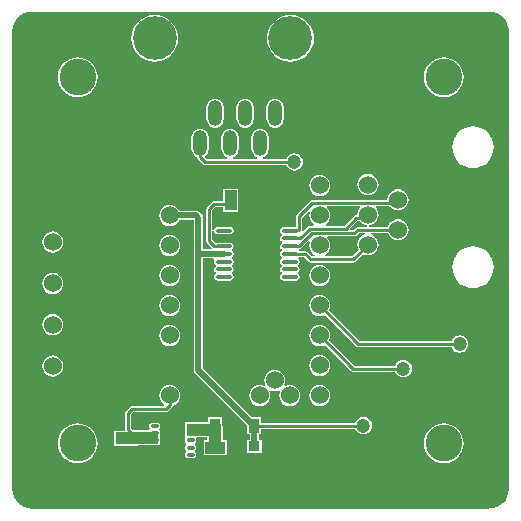
<source format=gbl>
G04 Layer_Physical_Order=2*
G04 Layer_Color=11436288*
%FSLAX24Y24*%
%MOIN*%
G70*
G01*
G75*
%ADD18C,0.0100*%
%ADD19C,0.0197*%
%ADD21C,0.0394*%
%ADD23C,0.0600*%
%ADD24O,0.0472X0.0866*%
%ADD25C,0.1457*%
G04:AMPARAMS|DCode=26|XSize=27.6mil|YSize=114.2mil|CornerRadius=6.9mil|HoleSize=0mil|Usage=FLASHONLY|Rotation=0.000|XOffset=0mil|YOffset=0mil|HoleType=Round|Shape=RoundedRectangle|*
%AMROUNDEDRECTD26*
21,1,0.0276,0.1004,0,0,0.0*
21,1,0.0138,0.1142,0,0,0.0*
1,1,0.0138,0.0069,-0.0502*
1,1,0.0138,-0.0069,-0.0502*
1,1,0.0138,-0.0069,0.0502*
1,1,0.0138,0.0069,0.0502*
%
%ADD26ROUNDEDRECTD26*%
%ADD27C,0.0472*%
%ADD28C,0.0236*%
%ADD29C,0.1220*%
%ADD30O,0.0551X0.0138*%
G04:AMPARAMS|DCode=31|XSize=25.6mil|YSize=11.8mil|CornerRadius=3mil|HoleSize=0mil|Usage=FLASHONLY|Rotation=0.000|XOffset=0mil|YOffset=0mil|HoleType=Round|Shape=RoundedRectangle|*
%AMROUNDEDRECTD31*
21,1,0.0256,0.0059,0,0,0.0*
21,1,0.0197,0.0118,0,0,0.0*
1,1,0.0059,0.0098,-0.0030*
1,1,0.0059,-0.0098,-0.0030*
1,1,0.0059,-0.0098,0.0030*
1,1,0.0059,0.0098,0.0030*
%
%ADD31ROUNDEDRECTD31*%
%ADD32R,0.0374X0.0335*%
%ADD33R,0.0358X0.0480*%
%ADD34R,0.0669X0.0394*%
%ADD35R,0.0394X0.0669*%
%ADD36R,0.1152X0.0404*%
%ADD37R,0.0482X0.1043*%
%ADD38R,0.0896X0.0404*%
G36*
X25807Y26453D02*
Y26453D01*
X25807Y26453D01*
X25855Y26448D01*
X25931Y26441D01*
X26050Y26405D01*
X26160Y26346D01*
X26257Y26267D01*
X26336Y26170D01*
X26395Y26060D01*
X26431Y25941D01*
X26438Y25867D01*
X26438Y25865D01*
X26435Y25817D01*
X26436Y25816D01*
X26444Y25770D01*
Y10532D01*
X26444Y10532D01*
X26443D01*
X26431Y10407D01*
X26395Y10288D01*
X26336Y10178D01*
X26257Y10082D01*
X26160Y10003D01*
X26050Y9944D01*
X25931Y9908D01*
X25857Y9900D01*
X25855Y9901D01*
X25807Y9903D01*
X25806Y9903D01*
X25760Y9895D01*
X10532D01*
X10532Y9895D01*
Y9895D01*
X10407Y9908D01*
X10288Y9944D01*
X10178Y10003D01*
X10082Y10082D01*
X10003Y10178D01*
X9944Y10288D01*
X9908Y10407D01*
X9905Y10433D01*
X9903Y10482D01*
X9895Y10529D01*
Y10529D01*
Y25817D01*
X9895Y25817D01*
X9895D01*
X9908Y25941D01*
X9944Y26060D01*
X10003Y26170D01*
X10082Y26267D01*
X10178Y26346D01*
X10288Y26405D01*
X10407Y26441D01*
X10433Y26443D01*
X10482Y26445D01*
X10482D01*
X10529Y26453D01*
X10529D01*
X25760D01*
X25807Y26453D01*
D02*
G37*
%LPC*%
G36*
X15140Y18022D02*
X15048Y18009D01*
X14963Y17974D01*
X14889Y17918D01*
X14833Y17844D01*
X14798Y17759D01*
X14786Y17667D01*
X14798Y17576D01*
X14833Y17490D01*
X14889Y17417D01*
X14963Y17361D01*
X15048Y17325D01*
X15140Y17313D01*
X15231Y17325D01*
X15317Y17361D01*
X15390Y17417D01*
X15447Y17490D01*
X15482Y17576D01*
X15494Y17667D01*
X15482Y17759D01*
X15447Y17844D01*
X15390Y17918D01*
X15317Y17974D01*
X15231Y18009D01*
X15140Y18022D01*
D02*
G37*
G36*
X11240Y17756D02*
X11148Y17744D01*
X11063Y17708D01*
X10990Y17652D01*
X10933Y17579D01*
X10898Y17493D01*
X10886Y17402D01*
X10898Y17310D01*
X10933Y17224D01*
X10990Y17151D01*
X11063Y17095D01*
X11148Y17059D01*
X11240Y17047D01*
X11332Y17059D01*
X11417Y17095D01*
X11491Y17151D01*
X11547Y17224D01*
X11582Y17310D01*
X11594Y17402D01*
X11582Y17493D01*
X11547Y17579D01*
X11491Y17652D01*
X11417Y17708D01*
X11332Y17744D01*
X11240Y17756D01*
D02*
G37*
G36*
X25246Y18635D02*
X25111Y18622D01*
X24980Y18582D01*
X24860Y18518D01*
X24755Y18432D01*
X24669Y18327D01*
X24605Y18207D01*
X24565Y18076D01*
X24552Y17941D01*
X24565Y17805D01*
X24605Y17675D01*
X24669Y17555D01*
X24755Y17450D01*
X24860Y17364D01*
X24980Y17299D01*
X25111Y17260D01*
X25246Y17247D01*
X25382Y17260D01*
X25512Y17299D01*
X25632Y17364D01*
X25737Y17450D01*
X25823Y17555D01*
X25887Y17675D01*
X25927Y17805D01*
X25940Y17941D01*
X25927Y18076D01*
X25887Y18207D01*
X25823Y18327D01*
X25737Y18432D01*
X25632Y18518D01*
X25512Y18582D01*
X25382Y18622D01*
X25246Y18635D01*
D02*
G37*
G36*
X16878Y12949D02*
X16417D01*
Y12782D01*
X15689D01*
X15650Y12766D01*
X15634Y12726D01*
Y12323D01*
X15650Y12284D01*
Y12284D01*
X15662Y12226D01*
X15656Y12195D01*
Y12136D01*
X15662Y12104D01*
X15680Y12078D01*
X15681Y12077D01*
Y12018D01*
X15680Y12017D01*
X15662Y11990D01*
X15656Y11959D01*
Y11900D01*
X15662Y11868D01*
X15680Y11841D01*
X15681Y11841D01*
Y11782D01*
X15680Y11781D01*
X15662Y11754D01*
X15656Y11722D01*
Y11663D01*
X15662Y11632D01*
X15680Y11605D01*
X15707Y11587D01*
X15738Y11581D01*
X15935D01*
X15967Y11587D01*
X15993Y11605D01*
X16011Y11632D01*
X16017Y11663D01*
Y11722D01*
X16011Y11754D01*
X15993Y11781D01*
X15992Y11782D01*
Y11841D01*
X15993Y11841D01*
X16011Y11868D01*
X16017Y11900D01*
Y11959D01*
X16011Y11990D01*
X15993Y12017D01*
X15992Y12018D01*
Y12077D01*
X15993Y12078D01*
X16011Y12104D01*
X16017Y12136D01*
Y12195D01*
X16013Y12217D01*
X16030Y12250D01*
X16044Y12267D01*
X16395D01*
Y12176D01*
X16278D01*
Y11680D01*
X16639D01*
X16663Y11675D01*
X16688Y11680D01*
X17049D01*
Y12176D01*
X16901D01*
Y12657D01*
X16896Y12680D01*
Y12726D01*
X16880Y12766D01*
X16878Y12766D01*
Y12949D01*
D02*
G37*
G36*
X15140Y19022D02*
X15048Y19009D01*
X14963Y18974D01*
X14889Y18918D01*
X14833Y18844D01*
X14798Y18759D01*
X14786Y18667D01*
X14798Y18576D01*
X14833Y18490D01*
X14889Y18417D01*
X14963Y18361D01*
X15048Y18325D01*
X15140Y18313D01*
X15231Y18325D01*
X15317Y18361D01*
X15390Y18417D01*
X15447Y18490D01*
X15482Y18576D01*
X15494Y18667D01*
X15482Y18759D01*
X15447Y18844D01*
X15390Y18918D01*
X15317Y18974D01*
X15231Y19009D01*
X15140Y19022D01*
D02*
G37*
G36*
X20140Y18022D02*
X20048Y18009D01*
X19963Y17974D01*
X19889Y17918D01*
X19833Y17844D01*
X19798Y17759D01*
X19786Y17667D01*
X19798Y17576D01*
X19833Y17490D01*
X19889Y17417D01*
X19963Y17361D01*
X20048Y17325D01*
X20140Y17313D01*
X20231Y17325D01*
X20317Y17361D01*
X20390Y17417D01*
X20447Y17490D01*
X20482Y17576D01*
X20494Y17667D01*
X20482Y17759D01*
X20447Y17844D01*
X20390Y17918D01*
X20317Y17974D01*
X20231Y18009D01*
X20140Y18022D01*
D02*
G37*
G36*
X15140Y14022D02*
X15048Y14009D01*
X14963Y13974D01*
X14889Y13918D01*
X14833Y13844D01*
X14798Y13759D01*
X14786Y13667D01*
X14798Y13576D01*
X14833Y13490D01*
X14889Y13417D01*
X14946Y13373D01*
X14949Y13362D01*
X14913Y13313D01*
X13875D01*
X13836Y13305D01*
X13802Y13283D01*
X13677Y13158D01*
X13655Y13124D01*
X13647Y13085D01*
Y12527D01*
X13605Y12481D01*
X13295D01*
Y11985D01*
X14067D01*
Y12002D01*
X14764D01*
X14803Y12018D01*
X14819Y12057D01*
Y12461D01*
X14804Y12498D01*
X14803Y12500D01*
X14803Y12500D01*
X14797Y12526D01*
X14797Y12557D01*
X14810Y12577D01*
X14817Y12608D01*
Y12667D01*
X14810Y12699D01*
X14792Y12726D01*
X14766Y12743D01*
X14734Y12750D01*
X14537D01*
X14506Y12743D01*
X14479Y12726D01*
X14461Y12699D01*
X14455Y12667D01*
Y12608D01*
X14461Y12577D01*
X14469Y12566D01*
X14448Y12517D01*
X14446Y12516D01*
X13906D01*
X13853Y12569D01*
Y13042D01*
X13918Y13107D01*
X15000D01*
X15039Y13115D01*
X15073Y13137D01*
X15213Y13277D01*
X15235Y13310D01*
X15239Y13328D01*
X15317Y13361D01*
X15390Y13417D01*
X15447Y13490D01*
X15482Y13576D01*
X15494Y13667D01*
X15482Y13759D01*
X15447Y13844D01*
X15390Y13918D01*
X15317Y13974D01*
X15231Y14009D01*
X15140Y14022D01*
D02*
G37*
G36*
Y17022D02*
X15048Y17009D01*
X14963Y16974D01*
X14889Y16918D01*
X14833Y16844D01*
X14798Y16759D01*
X14786Y16667D01*
X14798Y16576D01*
X14833Y16490D01*
X14889Y16417D01*
X14963Y16361D01*
X15048Y16325D01*
X15140Y16313D01*
X15231Y16325D01*
X15317Y16361D01*
X15390Y16417D01*
X15447Y16490D01*
X15482Y16576D01*
X15494Y16667D01*
X15482Y16759D01*
X15447Y16844D01*
X15390Y16918D01*
X15317Y16974D01*
X15231Y17009D01*
X15140Y17022D01*
D02*
G37*
G36*
X20140Y16022D02*
X20048Y16009D01*
X19963Y15974D01*
X19889Y15918D01*
X19833Y15844D01*
X19798Y15759D01*
X19786Y15667D01*
X19798Y15576D01*
X19833Y15490D01*
X19889Y15417D01*
X19963Y15361D01*
X20048Y15325D01*
X20140Y15313D01*
X20231Y15325D01*
X20305Y15356D01*
X21174Y14487D01*
X21208Y14465D01*
X21247Y14457D01*
X22652D01*
X22669Y14415D01*
X22715Y14355D01*
X22775Y14309D01*
X22845Y14280D01*
X22920Y14270D01*
X22995Y14280D01*
X23065Y14309D01*
X23125Y14355D01*
X23171Y14415D01*
X23200Y14485D01*
X23210Y14560D01*
X23200Y14635D01*
X23171Y14705D01*
X23125Y14765D01*
X23065Y14811D01*
X22995Y14840D01*
X22920Y14850D01*
X22845Y14840D01*
X22775Y14811D01*
X22715Y14765D01*
X22669Y14705D01*
X22652Y14663D01*
X21290D01*
X20451Y15502D01*
X20482Y15576D01*
X20494Y15667D01*
X20482Y15759D01*
X20447Y15844D01*
X20390Y15918D01*
X20317Y15974D01*
X20231Y16009D01*
X20140Y16022D01*
D02*
G37*
G36*
X11240Y15000D02*
X11148Y14988D01*
X11063Y14952D01*
X10990Y14896D01*
X10933Y14823D01*
X10898Y14737D01*
X10886Y14646D01*
X10898Y14554D01*
X10933Y14469D01*
X10990Y14395D01*
X11063Y14339D01*
X11148Y14304D01*
X11240Y14291D01*
X11332Y14304D01*
X11417Y14339D01*
X11491Y14395D01*
X11547Y14469D01*
X11582Y14554D01*
X11594Y14646D01*
X11582Y14737D01*
X11547Y14823D01*
X11491Y14896D01*
X11417Y14952D01*
X11332Y14988D01*
X11240Y15000D01*
D02*
G37*
G36*
X20140Y14022D02*
X20048Y14009D01*
X19963Y13974D01*
X19889Y13918D01*
X19833Y13844D01*
X19798Y13759D01*
X19786Y13667D01*
X19798Y13576D01*
X19833Y13490D01*
X19889Y13417D01*
X19963Y13361D01*
X20048Y13325D01*
X20140Y13313D01*
X20231Y13325D01*
X20317Y13361D01*
X20390Y13417D01*
X20447Y13490D01*
X20482Y13576D01*
X20494Y13667D01*
X20482Y13759D01*
X20447Y13844D01*
X20390Y13918D01*
X20317Y13974D01*
X20231Y14009D01*
X20140Y14022D01*
D02*
G37*
G36*
X18640Y14522D02*
X18548Y14509D01*
X18463Y14474D01*
X18389Y14418D01*
X18333Y14344D01*
X18298Y14259D01*
X18286Y14167D01*
X18298Y14076D01*
X18317Y14028D01*
X18279Y13990D01*
X18231Y14009D01*
X18140Y14022D01*
X18048Y14009D01*
X17963Y13974D01*
X17889Y13918D01*
X17833Y13844D01*
X17798Y13759D01*
X17786Y13667D01*
X17798Y13576D01*
X17833Y13490D01*
X17889Y13417D01*
X17963Y13361D01*
X18048Y13325D01*
X18140Y13313D01*
X18231Y13325D01*
X18317Y13361D01*
X18390Y13417D01*
X18447Y13490D01*
X18482Y13576D01*
X18494Y13667D01*
X18482Y13759D01*
X18462Y13807D01*
X18500Y13845D01*
X18548Y13825D01*
X18640Y13813D01*
X18731Y13825D01*
X18779Y13845D01*
X18817Y13807D01*
X18798Y13759D01*
X18786Y13667D01*
X18798Y13576D01*
X18833Y13490D01*
X18889Y13417D01*
X18963Y13361D01*
X19048Y13325D01*
X19140Y13313D01*
X19231Y13325D01*
X19317Y13361D01*
X19390Y13417D01*
X19447Y13490D01*
X19482Y13576D01*
X19494Y13667D01*
X19482Y13759D01*
X19447Y13844D01*
X19390Y13918D01*
X19317Y13974D01*
X19231Y14009D01*
X19140Y14022D01*
X19048Y14009D01*
X19000Y13990D01*
X18962Y14028D01*
X18982Y14076D01*
X18994Y14167D01*
X18982Y14259D01*
X18947Y14344D01*
X18890Y14418D01*
X18817Y14474D01*
X18731Y14509D01*
X18640Y14522D01*
D02*
G37*
G36*
X15140Y16022D02*
X15048Y16009D01*
X14963Y15974D01*
X14889Y15918D01*
X14833Y15844D01*
X14798Y15759D01*
X14786Y15667D01*
X14798Y15576D01*
X14833Y15490D01*
X14889Y15417D01*
X14963Y15361D01*
X15048Y15325D01*
X15140Y15313D01*
X15231Y15325D01*
X15317Y15361D01*
X15390Y15417D01*
X15447Y15490D01*
X15482Y15576D01*
X15494Y15667D01*
X15482Y15759D01*
X15447Y15844D01*
X15390Y15918D01*
X15317Y15974D01*
X15231Y16009D01*
X15140Y16022D01*
D02*
G37*
G36*
X11240Y16378D02*
X11148Y16366D01*
X11063Y16330D01*
X10990Y16274D01*
X10933Y16201D01*
X10898Y16115D01*
X10886Y16024D01*
X10898Y15932D01*
X10933Y15847D01*
X10990Y15773D01*
X11063Y15717D01*
X11148Y15681D01*
X11240Y15669D01*
X11332Y15681D01*
X11417Y15717D01*
X11491Y15773D01*
X11547Y15847D01*
X11582Y15932D01*
X11594Y16024D01*
X11582Y16115D01*
X11547Y16201D01*
X11491Y16274D01*
X11417Y16330D01*
X11332Y16366D01*
X11240Y16378D01*
D02*
G37*
G36*
X20140Y15022D02*
X20048Y15009D01*
X19963Y14974D01*
X19889Y14918D01*
X19833Y14844D01*
X19798Y14759D01*
X19786Y14667D01*
X19798Y14576D01*
X19833Y14490D01*
X19889Y14417D01*
X19963Y14361D01*
X20048Y14325D01*
X20140Y14313D01*
X20231Y14325D01*
X20317Y14361D01*
X20390Y14417D01*
X20447Y14490D01*
X20482Y14576D01*
X20494Y14667D01*
X20482Y14759D01*
X20447Y14844D01*
X20390Y14918D01*
X20317Y14974D01*
X20231Y15009D01*
X20140Y15022D01*
D02*
G37*
G36*
Y17022D02*
X20048Y17009D01*
X19963Y16974D01*
X19889Y16918D01*
X19833Y16844D01*
X19798Y16759D01*
X19786Y16667D01*
X19798Y16576D01*
X19833Y16490D01*
X19889Y16417D01*
X19963Y16361D01*
X20048Y16325D01*
X20140Y16313D01*
X20231Y16325D01*
X20305Y16356D01*
X21354Y15307D01*
X21388Y15285D01*
X21427Y15277D01*
X24532D01*
X24549Y15235D01*
X24595Y15175D01*
X24655Y15129D01*
X24725Y15100D01*
X24800Y15090D01*
X24875Y15100D01*
X24945Y15129D01*
X25005Y15175D01*
X25051Y15235D01*
X25080Y15305D01*
X25090Y15380D01*
X25080Y15455D01*
X25051Y15525D01*
X25005Y15585D01*
X24945Y15631D01*
X24875Y15660D01*
X24800Y15670D01*
X24725Y15660D01*
X24655Y15631D01*
X24595Y15585D01*
X24549Y15525D01*
X24532Y15483D01*
X21470D01*
X20451Y16502D01*
X20482Y16576D01*
X20494Y16667D01*
X20482Y16759D01*
X20447Y16844D01*
X20390Y16918D01*
X20317Y16974D01*
X20231Y17009D01*
X20140Y17022D01*
D02*
G37*
G36*
X17650Y23560D02*
X17575Y23550D01*
X17505Y23521D01*
X17445Y23475D01*
X17399Y23415D01*
X17370Y23345D01*
X17360Y23270D01*
Y22876D01*
X17370Y22801D01*
X17399Y22731D01*
X17445Y22671D01*
X17505Y22625D01*
X17575Y22596D01*
X17650Y22586D01*
X17725Y22596D01*
X17795Y22625D01*
X17855Y22671D01*
X17901Y22731D01*
X17930Y22801D01*
X17939Y22876D01*
Y23270D01*
X17930Y23345D01*
X17901Y23415D01*
X17855Y23475D01*
X17795Y23521D01*
X17725Y23550D01*
X17650Y23560D01*
D02*
G37*
G36*
X18650D02*
X18575Y23550D01*
X18505Y23521D01*
X18445Y23475D01*
X18399Y23415D01*
X18370Y23345D01*
X18360Y23270D01*
Y22876D01*
X18370Y22801D01*
X18399Y22731D01*
X18445Y22671D01*
X18505Y22625D01*
X18575Y22596D01*
X18650Y22586D01*
X18725Y22596D01*
X18795Y22625D01*
X18855Y22671D01*
X18901Y22731D01*
X18930Y22801D01*
X18939Y22876D01*
Y23270D01*
X18930Y23345D01*
X18901Y23415D01*
X18855Y23475D01*
X18795Y23521D01*
X18725Y23550D01*
X18650Y23560D01*
D02*
G37*
G36*
X18150Y22560D02*
X18075Y22550D01*
X18005Y22521D01*
X17945Y22475D01*
X17899Y22415D01*
X17870Y22345D01*
X17860Y22270D01*
Y21876D01*
X17870Y21801D01*
X17899Y21731D01*
X17945Y21671D01*
X18005Y21625D01*
X18057Y21603D01*
X18047Y21553D01*
X17252D01*
X17242Y21603D01*
X17295Y21625D01*
X17355Y21671D01*
X17401Y21731D01*
X17430Y21801D01*
X17439Y21876D01*
Y22270D01*
X17430Y22345D01*
X17401Y22415D01*
X17355Y22475D01*
X17295Y22521D01*
X17225Y22550D01*
X17150Y22560D01*
X17075Y22550D01*
X17005Y22521D01*
X16945Y22475D01*
X16899Y22415D01*
X16870Y22345D01*
X16860Y22270D01*
Y21876D01*
X16870Y21801D01*
X16899Y21731D01*
X16945Y21671D01*
X17005Y21625D01*
X17057Y21603D01*
X17047Y21553D01*
X16367D01*
X16322Y21599D01*
X16325Y21648D01*
X16355Y21671D01*
X16401Y21731D01*
X16430Y21801D01*
X16439Y21876D01*
Y22270D01*
X16430Y22345D01*
X16401Y22415D01*
X16355Y22475D01*
X16295Y22521D01*
X16225Y22550D01*
X16150Y22560D01*
X16075Y22550D01*
X16005Y22521D01*
X15945Y22475D01*
X15899Y22415D01*
X15870Y22345D01*
X15860Y22270D01*
Y21876D01*
X15870Y21801D01*
X15899Y21731D01*
X15945Y21671D01*
X16005Y21625D01*
X16050Y21606D01*
X16054Y21586D01*
X16077Y21552D01*
X16252Y21377D01*
X16285Y21355D01*
X16325Y21347D01*
X19022D01*
X19039Y21305D01*
X19085Y21245D01*
X19145Y21199D01*
X19215Y21170D01*
X19290Y21160D01*
X19365Y21170D01*
X19435Y21199D01*
X19495Y21245D01*
X19541Y21305D01*
X19570Y21375D01*
X19580Y21450D01*
X19570Y21525D01*
X19541Y21595D01*
X19495Y21655D01*
X19435Y21701D01*
X19365Y21730D01*
X19290Y21740D01*
X19215Y21730D01*
X19145Y21701D01*
X19085Y21655D01*
X19039Y21595D01*
X19022Y21553D01*
X18252D01*
X18242Y21603D01*
X18295Y21625D01*
X18355Y21671D01*
X18401Y21731D01*
X18430Y21801D01*
X18439Y21876D01*
Y22270D01*
X18430Y22345D01*
X18401Y22415D01*
X18355Y22475D01*
X18295Y22521D01*
X18225Y22550D01*
X18150Y22560D01*
D02*
G37*
G36*
X16650Y23560D02*
X16575Y23550D01*
X16505Y23521D01*
X16445Y23475D01*
X16399Y23415D01*
X16370Y23345D01*
X16360Y23270D01*
Y22876D01*
X16370Y22801D01*
X16399Y22731D01*
X16445Y22671D01*
X16505Y22625D01*
X16575Y22596D01*
X16650Y22586D01*
X16725Y22596D01*
X16795Y22625D01*
X16855Y22671D01*
X16901Y22731D01*
X16930Y22801D01*
X16939Y22876D01*
Y23270D01*
X16930Y23345D01*
X16901Y23415D01*
X16855Y23475D01*
X16795Y23521D01*
X16725Y23550D01*
X16650Y23560D01*
D02*
G37*
G36*
X14636Y26356D02*
X14483Y26341D01*
X14336Y26297D01*
X14201Y26224D01*
X14082Y26127D01*
X13985Y26008D01*
X13912Y25873D01*
X13868Y25726D01*
X13853Y25573D01*
X13868Y25420D01*
X13912Y25273D01*
X13985Y25138D01*
X14082Y25019D01*
X14201Y24922D01*
X14336Y24849D01*
X14483Y24805D01*
X14636Y24790D01*
X14789Y24805D01*
X14936Y24849D01*
X15071Y24922D01*
X15190Y25019D01*
X15287Y25138D01*
X15359Y25273D01*
X15404Y25420D01*
X15419Y25573D01*
X15404Y25726D01*
X15359Y25873D01*
X15287Y26008D01*
X15190Y26127D01*
X15071Y26224D01*
X14936Y26297D01*
X14789Y26341D01*
X14636Y26356D01*
D02*
G37*
G36*
X19163D02*
X19011Y26341D01*
X18864Y26297D01*
X18728Y26224D01*
X18609Y26127D01*
X18512Y26008D01*
X18440Y25873D01*
X18395Y25726D01*
X18380Y25573D01*
X18395Y25420D01*
X18440Y25273D01*
X18512Y25138D01*
X18609Y25019D01*
X18728Y24922D01*
X18864Y24849D01*
X19011Y24805D01*
X19163Y24790D01*
X19316Y24805D01*
X19463Y24849D01*
X19599Y24922D01*
X19717Y25019D01*
X19815Y25138D01*
X19887Y25273D01*
X19932Y25420D01*
X19947Y25573D01*
X19932Y25726D01*
X19887Y25873D01*
X19815Y26008D01*
X19717Y26127D01*
X19599Y26224D01*
X19463Y26297D01*
X19316Y26341D01*
X19163Y26356D01*
D02*
G37*
G36*
X12067Y24936D02*
X11937Y24924D01*
X11813Y24886D01*
X11698Y24824D01*
X11597Y24742D01*
X11514Y24641D01*
X11453Y24526D01*
X11415Y24401D01*
X11402Y24272D01*
X11415Y24142D01*
X11453Y24017D01*
X11514Y23902D01*
X11597Y23802D01*
X11698Y23719D01*
X11813Y23658D01*
X11937Y23620D01*
X12067Y23607D01*
X12197Y23620D01*
X12321Y23658D01*
X12436Y23719D01*
X12537Y23802D01*
X12620Y23902D01*
X12681Y24017D01*
X12719Y24142D01*
X12732Y24272D01*
X12719Y24401D01*
X12681Y24526D01*
X12620Y24641D01*
X12537Y24742D01*
X12436Y24824D01*
X12321Y24886D01*
X12197Y24924D01*
X12067Y24936D01*
D02*
G37*
G36*
X24272D02*
X24142Y24924D01*
X24017Y24886D01*
X23902Y24824D01*
X23802Y24742D01*
X23719Y24641D01*
X23658Y24526D01*
X23620Y24401D01*
X23607Y24272D01*
X23620Y24142D01*
X23658Y24017D01*
X23719Y23902D01*
X23802Y23802D01*
X23902Y23719D01*
X24017Y23658D01*
X24142Y23620D01*
X24272Y23607D01*
X24401Y23620D01*
X24526Y23658D01*
X24641Y23719D01*
X24742Y23802D01*
X24824Y23902D01*
X24886Y24017D01*
X24924Y24142D01*
X24936Y24272D01*
X24924Y24401D01*
X24886Y24526D01*
X24824Y24641D01*
X24742Y24742D01*
X24641Y24824D01*
X24526Y24886D01*
X24401Y24924D01*
X24272Y24936D01*
D02*
G37*
G36*
Y12732D02*
X24142Y12719D01*
X24017Y12681D01*
X23902Y12620D01*
X23802Y12537D01*
X23719Y12436D01*
X23658Y12321D01*
X23620Y12197D01*
X23607Y12067D01*
X23620Y11937D01*
X23658Y11813D01*
X23719Y11698D01*
X23802Y11597D01*
X23902Y11514D01*
X24017Y11453D01*
X24142Y11415D01*
X24272Y11402D01*
X24401Y11415D01*
X24526Y11453D01*
X24641Y11514D01*
X24742Y11597D01*
X24824Y11698D01*
X24886Y11813D01*
X24924Y11937D01*
X24936Y12067D01*
X24924Y12197D01*
X24886Y12321D01*
X24824Y12436D01*
X24742Y12537D01*
X24641Y12620D01*
X24526Y12681D01*
X24401Y12719D01*
X24272Y12732D01*
D02*
G37*
G36*
X12067D02*
X11937Y12719D01*
X11813Y12681D01*
X11698Y12620D01*
X11597Y12537D01*
X11514Y12436D01*
X11453Y12321D01*
X11415Y12197D01*
X11402Y12067D01*
X11415Y11937D01*
X11453Y11813D01*
X11514Y11698D01*
X11597Y11597D01*
X11698Y11514D01*
X11813Y11453D01*
X11937Y11415D01*
X12067Y11402D01*
X12197Y11415D01*
X12321Y11453D01*
X12436Y11514D01*
X12537Y11597D01*
X12620Y11698D01*
X12681Y11813D01*
X12719Y11937D01*
X12732Y12067D01*
X12719Y12197D01*
X12681Y12321D01*
X12620Y12436D01*
X12537Y12537D01*
X12436Y12620D01*
X12321Y12681D01*
X12197Y12719D01*
X12067Y12732D01*
D02*
G37*
G36*
X11240Y19134D02*
X11148Y19122D01*
X11063Y19086D01*
X10990Y19030D01*
X10933Y18957D01*
X10898Y18871D01*
X10886Y18780D01*
X10898Y18688D01*
X10933Y18602D01*
X10990Y18529D01*
X11063Y18473D01*
X11148Y18437D01*
X11240Y18425D01*
X11332Y18437D01*
X11417Y18473D01*
X11491Y18529D01*
X11547Y18602D01*
X11582Y18688D01*
X11594Y18780D01*
X11582Y18871D01*
X11547Y18957D01*
X11491Y19030D01*
X11417Y19086D01*
X11332Y19122D01*
X11240Y19134D01*
D02*
G37*
G36*
X17414Y20563D02*
X16918D01*
Y20143D01*
X16625D01*
X16586Y20135D01*
X16552Y20113D01*
X16387Y19948D01*
X16365Y19914D01*
X16357Y19875D01*
Y18807D01*
X16365Y18767D01*
X16387Y18734D01*
X16532Y18588D01*
X16512Y18538D01*
X16245D01*
Y19596D01*
X16233Y19655D01*
X16200Y19704D01*
X16130Y19775D01*
X16080Y19808D01*
X16022Y19820D01*
X15457D01*
X15447Y19844D01*
X15390Y19918D01*
X15317Y19974D01*
X15231Y20009D01*
X15140Y20022D01*
X15048Y20009D01*
X14963Y19974D01*
X14889Y19918D01*
X14833Y19844D01*
X14798Y19759D01*
X14786Y19667D01*
X14798Y19576D01*
X14833Y19490D01*
X14889Y19417D01*
X14963Y19361D01*
X15048Y19325D01*
X15140Y19313D01*
X15231Y19325D01*
X15317Y19361D01*
X15390Y19417D01*
X15447Y19490D01*
X15457Y19515D01*
X15940D01*
Y18386D01*
Y14504D01*
X15952Y14446D01*
X15985Y14396D01*
X17709Y12672D01*
Y12366D01*
X17810D01*
Y12197D01*
X17724D01*
Y11760D01*
X18201D01*
Y12197D01*
X18115D01*
Y12366D01*
X18169D01*
Y12554D01*
X21322D01*
X21339Y12513D01*
X21385Y12452D01*
X21445Y12406D01*
X21515Y12377D01*
X21590Y12368D01*
X21665Y12377D01*
X21735Y12406D01*
X21795Y12452D01*
X21841Y12513D01*
X21870Y12582D01*
X21880Y12657D01*
X21870Y12733D01*
X21841Y12802D01*
X21795Y12862D01*
X21735Y12909D01*
X21665Y12937D01*
X21590Y12947D01*
X21515Y12937D01*
X21445Y12909D01*
X21385Y12862D01*
X21339Y12802D01*
X21322Y12761D01*
X18169D01*
Y12949D01*
X17863D01*
X16245Y14567D01*
Y18233D01*
X16597D01*
X16624Y18183D01*
X16619Y18177D01*
X16610Y18130D01*
X16619Y18083D01*
X16646Y18043D01*
X16665Y18030D01*
Y17974D01*
X16646Y17961D01*
X16619Y17921D01*
X16610Y17874D01*
X16619Y17827D01*
X16646Y17787D01*
X16665Y17774D01*
Y17718D01*
X16646Y17705D01*
X16619Y17665D01*
X16610Y17618D01*
X16619Y17571D01*
X16646Y17532D01*
X16685Y17505D01*
X16732Y17496D01*
X17146D01*
X17193Y17505D01*
X17232Y17532D01*
X17259Y17571D01*
X17268Y17618D01*
X17259Y17665D01*
X17232Y17705D01*
X17213Y17718D01*
Y17774D01*
X17232Y17787D01*
X17259Y17827D01*
X17268Y17874D01*
X17259Y17921D01*
X17232Y17961D01*
X17213Y17974D01*
Y18030D01*
X17232Y18043D01*
X17259Y18083D01*
X17268Y18130D01*
X17259Y18177D01*
X17232Y18216D01*
X17213Y18230D01*
Y18286D01*
X17232Y18299D01*
X17259Y18339D01*
X17268Y18386D01*
X17259Y18433D01*
X17232Y18472D01*
X17213Y18486D01*
Y18542D01*
X17232Y18555D01*
X17259Y18595D01*
X17268Y18642D01*
X17259Y18689D01*
X17232Y18728D01*
X17193Y18755D01*
X17146Y18764D01*
X16732D01*
X16685Y18755D01*
X16671Y18745D01*
X16668D01*
X16563Y18849D01*
Y19132D01*
X16609Y19137D01*
X16611Y19137D01*
X16613Y19137D01*
X16613Y19137D01*
X16616Y19123D01*
Y19123D01*
D01*
X16619Y19107D01*
X16636Y19081D01*
X16646Y19067D01*
X16685Y19040D01*
X16732Y19031D01*
X17146D01*
X17193Y19040D01*
X17232Y19067D01*
X17259Y19107D01*
X17268Y19154D01*
X17259Y19200D01*
X17232Y19240D01*
X17193Y19267D01*
X17146Y19276D01*
X16732D01*
X16685Y19267D01*
X16646Y19240D01*
X16619Y19200D01*
X16616Y19184D01*
Y19184D01*
X16613Y19170D01*
X16613Y19170D01*
X16611Y19170D01*
X16609Y19171D01*
X16563Y19175D01*
Y19832D01*
X16668Y19937D01*
X16918D01*
Y19791D01*
X17414D01*
Y20563D01*
D02*
G37*
G36*
X21746Y21047D02*
X21654Y21035D01*
X21569Y21000D01*
X21496Y20943D01*
X21439Y20870D01*
X21404Y20785D01*
X21392Y20693D01*
X21404Y20601D01*
X21439Y20516D01*
X21496Y20442D01*
X21569Y20386D01*
X21654Y20351D01*
X21746Y20339D01*
X21838Y20351D01*
X21923Y20386D01*
X21997Y20442D01*
X22053Y20516D01*
X22088Y20601D01*
X22100Y20693D01*
X22088Y20785D01*
X22053Y20870D01*
X21997Y20943D01*
X21923Y21000D01*
X21838Y21035D01*
X21746Y21047D01*
D02*
G37*
G36*
X25246Y22635D02*
X25111Y22622D01*
X24980Y22582D01*
X24860Y22518D01*
X24755Y22432D01*
X24669Y22327D01*
X24605Y22207D01*
X24565Y22076D01*
X24552Y21941D01*
X24565Y21805D01*
X24605Y21675D01*
X24669Y21555D01*
X24755Y21450D01*
X24860Y21364D01*
X24980Y21300D01*
X25111Y21260D01*
X25246Y21247D01*
X25382Y21260D01*
X25512Y21300D01*
X25632Y21364D01*
X25737Y21450D01*
X25823Y21555D01*
X25887Y21675D01*
X25927Y21805D01*
X25940Y21941D01*
X25927Y22076D01*
X25887Y22207D01*
X25823Y22327D01*
X25737Y22432D01*
X25632Y22518D01*
X25512Y22582D01*
X25382Y22622D01*
X25246Y22635D01*
D02*
G37*
G36*
X22746Y20543D02*
X22654Y20531D01*
X22569Y20496D01*
X22496Y20439D01*
X22439Y20366D01*
X22404Y20281D01*
X22393Y20197D01*
X21500D01*
X21499Y20197D01*
X21498Y20197D01*
X19873Y20172D01*
X19854Y20168D01*
X19836Y20164D01*
X19835Y20163D01*
X19834Y20163D01*
X19818Y20152D01*
X19802Y20141D01*
X19365Y19704D01*
X19342Y19671D01*
X19334Y19631D01*
Y19276D01*
X18937D01*
X18890Y19267D01*
X18850Y19240D01*
X18824Y19200D01*
X18815Y19154D01*
X18824Y19107D01*
X18850Y19067D01*
X18870Y19054D01*
Y18997D01*
X18850Y18984D01*
X18824Y18944D01*
X18815Y18898D01*
X18824Y18851D01*
X18850Y18811D01*
X18870Y18798D01*
Y18741D01*
X18850Y18728D01*
X18824Y18689D01*
X18815Y18642D01*
X18824Y18595D01*
X18850Y18555D01*
X18870Y18542D01*
Y18486D01*
X18850Y18472D01*
X18824Y18433D01*
X18815Y18386D01*
X18824Y18339D01*
X18850Y18299D01*
X18870Y18286D01*
Y18230D01*
X18850Y18216D01*
X18824Y18177D01*
X18815Y18130D01*
X18824Y18083D01*
X18850Y18043D01*
X18870Y18030D01*
Y17974D01*
X18850Y17961D01*
X18824Y17921D01*
X18815Y17874D01*
X18824Y17827D01*
X18850Y17787D01*
X18870Y17774D01*
Y17718D01*
X18850Y17705D01*
X18824Y17665D01*
X18815Y17618D01*
X18824Y17571D01*
X18850Y17532D01*
X18890Y17505D01*
X18937Y17496D01*
X19350D01*
X19397Y17505D01*
X19437Y17532D01*
X19463Y17571D01*
X19473Y17618D01*
X19463Y17665D01*
X19437Y17705D01*
X19417Y17718D01*
Y17774D01*
X19437Y17787D01*
X19463Y17827D01*
X19473Y17874D01*
X19463Y17921D01*
X19437Y17961D01*
X19417Y17974D01*
Y18030D01*
X19437Y18043D01*
X19463Y18083D01*
X19473Y18130D01*
X19463Y18177D01*
X19437Y18216D01*
X19417Y18230D01*
X19417Y18237D01*
X19445Y18283D01*
X19607D01*
X19763Y18127D01*
X19796Y18105D01*
X19836Y18097D01*
X21253D01*
X21293Y18105D01*
X21326Y18127D01*
X21580Y18381D01*
X21654Y18351D01*
X21746Y18339D01*
X21838Y18351D01*
X21923Y18386D01*
X21997Y18442D01*
X22053Y18516D01*
X22088Y18601D01*
X22100Y18693D01*
X22088Y18785D01*
X22053Y18870D01*
X21997Y18943D01*
X21923Y19000D01*
X21838Y19035D01*
X21832Y19036D01*
X21835Y19086D01*
X22409D01*
X22439Y19012D01*
X22496Y18939D01*
X22569Y18882D01*
X22654Y18847D01*
X22746Y18835D01*
X22838Y18847D01*
X22923Y18882D01*
X22997Y18939D01*
X23053Y19012D01*
X23088Y19097D01*
X23100Y19189D01*
X23088Y19281D01*
X23053Y19366D01*
X22997Y19439D01*
X22923Y19496D01*
X22838Y19531D01*
X22746Y19543D01*
X22654Y19531D01*
X22569Y19496D01*
X22496Y19439D01*
X22439Y19366D01*
X22409Y19292D01*
X21775D01*
X21772Y19342D01*
X21838Y19351D01*
X21923Y19386D01*
X21997Y19442D01*
X22053Y19516D01*
X22088Y19601D01*
X22100Y19693D01*
X22088Y19785D01*
X22053Y19870D01*
X21998Y19941D01*
X22001Y19958D01*
X22012Y19991D01*
X22455D01*
X22496Y19939D01*
X22569Y19882D01*
X22654Y19847D01*
X22746Y19835D01*
X22838Y19847D01*
X22923Y19882D01*
X22997Y19939D01*
X23053Y20012D01*
X23088Y20097D01*
X23100Y20189D01*
X23088Y20281D01*
X23053Y20366D01*
X22997Y20439D01*
X22923Y20496D01*
X22838Y20531D01*
X22746Y20543D01*
D02*
G37*
G36*
X20140Y21022D02*
X20048Y21009D01*
X19963Y20974D01*
X19889Y20918D01*
X19833Y20844D01*
X19798Y20759D01*
X19786Y20667D01*
X19798Y20576D01*
X19833Y20490D01*
X19889Y20417D01*
X19963Y20361D01*
X20048Y20325D01*
X20140Y20313D01*
X20231Y20325D01*
X20317Y20361D01*
X20390Y20417D01*
X20447Y20490D01*
X20482Y20576D01*
X20494Y20667D01*
X20482Y20759D01*
X20447Y20844D01*
X20390Y20918D01*
X20317Y20974D01*
X20231Y21009D01*
X20140Y21022D01*
D02*
G37*
%LPD*%
G36*
X21496Y19442D02*
X21569Y19386D01*
X21654Y19351D01*
X21720Y19342D01*
X21717Y19292D01*
X21417D01*
X21378Y19284D01*
X21344Y19262D01*
X21254Y19172D01*
X21163D01*
X21144Y19218D01*
X21393Y19467D01*
X21477D01*
X21496Y19442D01*
D02*
G37*
G36*
X21492Y19952D02*
X21494Y19941D01*
X21439Y19870D01*
X21404Y19785D01*
X21392Y19693D01*
X21375Y19673D01*
X21350D01*
X21311Y19665D01*
X21277Y19643D01*
X20957Y19323D01*
X20350D01*
X20333Y19373D01*
X20390Y19417D01*
X20447Y19490D01*
X20482Y19576D01*
X20494Y19667D01*
X20482Y19759D01*
X20447Y19844D01*
X20390Y19918D01*
X20379Y19926D01*
X20395Y19974D01*
X21475Y19991D01*
X21492Y19952D01*
D02*
G37*
G36*
X19809Y19786D02*
X19798Y19759D01*
X19786Y19667D01*
X19798Y19576D01*
X19833Y19490D01*
X19889Y19417D01*
X19947Y19373D01*
X19930Y19323D01*
X19800D01*
X19760Y19315D01*
X19727Y19293D01*
X19589Y19155D01*
X19558Y19164D01*
X19541Y19177D01*
Y19588D01*
X19766Y19814D01*
X19809Y19786D01*
D02*
G37*
G36*
Y18786D02*
X19798Y18759D01*
X19786Y18667D01*
X19798Y18576D01*
X19833Y18490D01*
X19889Y18417D01*
X19963Y18361D01*
X19981Y18353D01*
X19971Y18303D01*
X19879D01*
X19723Y18459D01*
X19689Y18481D01*
X19650Y18489D01*
X19449D01*
X19448Y18539D01*
X19488Y18546D01*
X19521Y18569D01*
X19766Y18814D01*
X19809Y18786D01*
D02*
G37*
G36*
X21660Y19036D02*
X21654Y19035D01*
X21569Y19000D01*
X21496Y18943D01*
X21439Y18870D01*
X21404Y18785D01*
X21392Y18693D01*
X21404Y18601D01*
X21435Y18527D01*
X21210Y18303D01*
X20309D01*
X20299Y18353D01*
X20317Y18361D01*
X20390Y18417D01*
X20447Y18490D01*
X20482Y18576D01*
X20494Y18667D01*
X20482Y18759D01*
X20447Y18844D01*
X20392Y18915D01*
X20395Y18933D01*
X20406Y18965D01*
X21297D01*
X21336Y18973D01*
X21370Y18996D01*
X21460Y19086D01*
X21657D01*
X21660Y19036D01*
D02*
G37*
D18*
X21350Y19570D02*
X21746D01*
X21500Y20094D02*
X22746D01*
X16625Y20040D02*
X17166D01*
X13750Y12527D02*
X13875Y12402D01*
X18257Y20220D02*
Y20536D01*
Y20177D02*
Y20220D01*
X17463Y20667D02*
X18125D01*
X15140D02*
X17463D01*
X15167Y11762D02*
Y11850D01*
Y11000D02*
Y11762D01*
X14921Y11929D02*
X15000D01*
X15079Y11850D02*
X15167Y11762D01*
X15000Y11929D02*
X15079Y11850D01*
X15167D01*
X15000D02*
X15079D01*
X14921Y11929D02*
X15000Y11850D01*
X21417Y19189D02*
X22746D01*
X21297Y19069D02*
X21417Y19189D01*
X19875Y19069D02*
X21297D01*
X19448Y18642D02*
X19875Y19069D01*
X19144Y18642D02*
X19448D01*
X21746Y19570D02*
Y19693D01*
X21000Y19220D02*
X21350Y19570D01*
X19800Y19220D02*
X21000D01*
X19478Y18898D02*
X19800Y19220D01*
X19144Y18898D02*
X19478D01*
X22746Y20094D02*
Y20189D01*
X19875Y20069D02*
X21500Y20094D01*
X19438Y19631D02*
X19875Y20069D01*
X19438Y19170D02*
Y19631D01*
X19144Y19154D02*
X19438Y19170D01*
X17939Y12657D02*
X21590D01*
X16325Y21450D02*
X19290D01*
X16150Y21625D02*
X16325Y21450D01*
X16150Y21625D02*
Y22073D01*
X15140Y13350D02*
Y13667D01*
X15000Y13210D02*
X15140Y13350D01*
X13875Y13210D02*
X15000D01*
X13750Y13085D02*
X13875Y13210D01*
X13750Y12527D02*
Y13085D01*
X13875Y12402D02*
X14636D01*
X22746Y20781D02*
Y21189D01*
X22210Y20245D02*
X22746Y20781D01*
X20675Y20245D02*
X22210D01*
X18257Y20220D02*
X20675Y20245D01*
X17963Y11447D02*
X20505D01*
X21247Y14560D02*
X22920D01*
X20140Y15667D02*
X21247Y14560D01*
X18125Y20667D02*
X18257Y20536D01*
X21427Y15380D02*
X24800D01*
X20140Y16667D02*
X21427Y15380D01*
X19144Y18386D02*
X19650D01*
X19836Y18200D01*
X21253D01*
X21746Y18693D01*
X14636Y11929D02*
X14921D01*
X15167Y11850D02*
Y12165D01*
X17166Y20040D02*
Y20177D01*
X16460Y19875D02*
X16625Y20040D01*
X16460Y18807D02*
Y19875D01*
Y18807D02*
X16625Y18642D01*
X16939D01*
Y18898D02*
X17250D01*
X17470Y19118D01*
Y20660D01*
X17463Y20667D02*
X17470Y20660D01*
X15167Y11000D02*
X15330Y10837D01*
X16663D01*
X17800D01*
X17963Y11000D01*
Y11447D01*
X14188Y12165D02*
X14636D01*
X14120Y12233D02*
X14188Y12165D01*
X13681Y12233D02*
X14120D01*
D19*
X16093Y18386D02*
Y19596D01*
Y14504D02*
Y18386D01*
X16939D01*
X15140Y19667D02*
X16022D01*
X16093Y19596D01*
Y14504D02*
X17939Y12657D01*
X17963Y12634D01*
Y11978D02*
Y12634D01*
X14507Y11143D02*
X14508Y11142D01*
X13681Y11143D02*
X14507D01*
D21*
X16648Y11944D02*
X16663Y11928D01*
X16648Y11944D02*
Y12657D01*
D23*
X15140Y20667D02*
D03*
Y19667D02*
D03*
Y18667D02*
D03*
Y17667D02*
D03*
Y16667D02*
D03*
Y15667D02*
D03*
Y14667D02*
D03*
Y13667D02*
D03*
X20140D02*
D03*
Y14667D02*
D03*
Y15667D02*
D03*
Y16667D02*
D03*
Y17667D02*
D03*
Y18667D02*
D03*
Y19667D02*
D03*
Y20667D02*
D03*
X19140Y13667D02*
D03*
X18140D02*
D03*
X18640Y14167D02*
D03*
X11240Y14646D02*
D03*
Y16024D02*
D03*
Y17402D02*
D03*
Y18780D02*
D03*
X22746Y19189D02*
D03*
X21746Y18693D02*
D03*
X22746Y20189D02*
D03*
X21746Y19693D02*
D03*
X22746Y21189D02*
D03*
X21746Y20693D02*
D03*
D24*
X18150Y22073D02*
D03*
X17150D02*
D03*
X15150D02*
D03*
X16150D02*
D03*
X15650Y23073D02*
D03*
X16650D02*
D03*
X18650D02*
D03*
X17650D02*
D03*
D25*
X14636Y25573D02*
D03*
X19163D02*
D03*
D26*
X15167Y12165D02*
D03*
D27*
X21590Y12657D02*
D03*
X19290Y21450D02*
D03*
X20505Y11447D02*
D03*
X22920Y14560D02*
D03*
X24800Y15380D02*
D03*
D28*
X15167Y12569D02*
D03*
Y11762D02*
D03*
D29*
X12067Y12067D02*
D03*
X24272D02*
D03*
X12067Y24272D02*
D03*
X24272D02*
D03*
D30*
X19144Y19154D02*
D03*
Y18898D02*
D03*
Y18642D02*
D03*
Y18386D02*
D03*
Y18130D02*
D03*
Y17874D02*
D03*
Y17618D02*
D03*
X16939Y19154D02*
D03*
Y18898D02*
D03*
Y18642D02*
D03*
Y18386D02*
D03*
Y18130D02*
D03*
Y17874D02*
D03*
Y17618D02*
D03*
D31*
X15837Y11693D02*
D03*
Y11929D02*
D03*
Y12165D02*
D03*
Y12402D02*
D03*
Y12638D02*
D03*
X14636D02*
D03*
Y12402D02*
D03*
Y12165D02*
D03*
Y11929D02*
D03*
Y11693D02*
D03*
D32*
X17963Y11447D02*
D03*
Y11978D02*
D03*
D33*
X16648Y12657D02*
D03*
X17939D02*
D03*
D34*
X16663Y11928D02*
D03*
Y10837D02*
D03*
X13681Y12233D02*
D03*
Y11143D02*
D03*
D35*
X18257Y20177D02*
D03*
X17166D02*
D03*
D36*
X16265Y12525D02*
D03*
D37*
X14523Y11447D02*
D03*
D38*
X14316Y12259D02*
D03*
M02*

</source>
